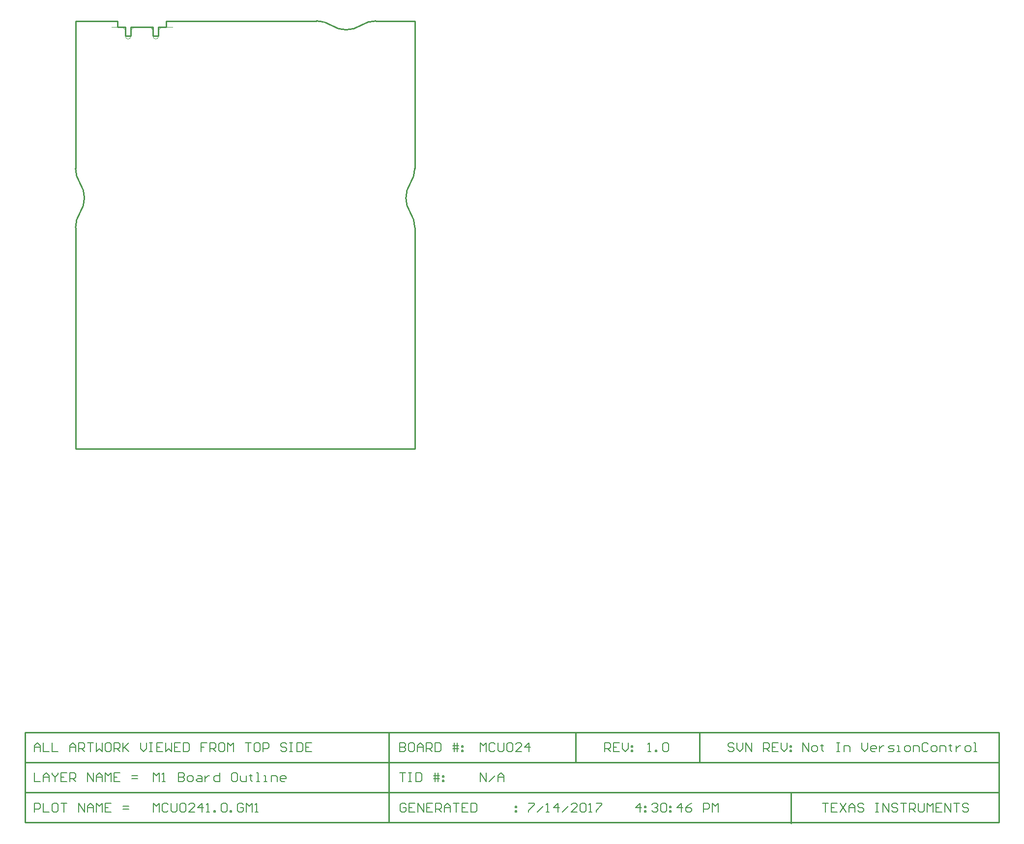
<source format=gm1>
G04 Layer_Color=11296232*
%FSAX25Y25*%
%MOIN*%
G70*
G01*
G75*
%ADD48C,0.01000*%
%ADD49C,0.00800*%
%ADD75C,0.00394*%
G54D48*
X0247700Y0580400D02*
G03*
X0237700Y0583400I-0010000J-0015167D01*
G01*
X0277700D02*
G03*
X0267700Y0580400I0000000J-0018167D01*
G01*
X0247700Y0580400D02*
G03*
X0267700Y0580400I0010000J0015167D01*
G01*
X0077200Y0453400D02*
G03*
X0077200Y0473400I-0015167J0010000D01*
G01*
X0074200Y0483400D02*
G03*
X0077200Y0473400I0018167J0000000D01*
G01*
X0077200Y0453400D02*
G03*
X0074200Y0443400I0015167J-0010000D01*
G01*
X0301200Y0473400D02*
G03*
X0301200Y0453400I0015167J-0010000D01*
G01*
X0304200Y0443400D02*
G03*
X0301200Y0453400I-0018167J0000000D01*
G01*
X0301200Y0473400D02*
G03*
X0304200Y0483400I-0015167J0010000D01*
G01*
Y0293400D02*
Y0443400D01*
X0135700Y0583400D02*
X0237700D01*
X0074200Y0293400D02*
Y0443400D01*
Y0293400D02*
X0304200D01*
X0277700Y0583400D02*
X0304200D01*
X0074200Y0483400D02*
Y0583400D01*
X0304200Y0483400D02*
Y0583400D01*
X0102700Y0579400D02*
Y0583400D01*
X0108000Y0573400D02*
Y0579400D01*
X0102700D02*
X0108000D01*
Y0573400D02*
X0111700D01*
Y0579400D01*
X0126700D01*
Y0573400D02*
Y0579400D01*
Y0573400D02*
X0130400D01*
Y0579400D01*
X0135700D01*
Y0583400D01*
X0074200D02*
X0102700D01*
X0559400Y0039400D02*
Y0059683D01*
X0440500Y0040050D02*
X0700200D01*
Y0101050D01*
X0286500Y0040050D02*
Y0101050D01*
X0040000Y0040050D02*
Y0101050D01*
X0040050Y0040050D02*
X0197600D01*
X0040050D02*
Y0101050D01*
Y0101050D02*
X0700200D01*
X0040000Y0040050D02*
X0440500D01*
X0040000Y0060383D02*
X0700000D01*
X0040000Y0080717D02*
X0700200D01*
X0413200D02*
Y0101050D01*
X0497200Y0080717D02*
Y0101050D01*
G54D49*
X0126900Y0067551D02*
Y0073549D01*
X0128899Y0071549D01*
X0130899Y0073549D01*
Y0067551D01*
X0132898D02*
X0134897D01*
X0133898D01*
Y0073549D01*
X0132898Y0072549D01*
X0143895Y0073549D02*
Y0067551D01*
X0146894D01*
X0147893Y0068550D01*
Y0069550D01*
X0146894Y0070550D01*
X0143895D01*
X0146894D01*
X0147893Y0071549D01*
Y0072549D01*
X0146894Y0073549D01*
X0143895D01*
X0150892Y0067551D02*
X0152892D01*
X0153891Y0068550D01*
Y0070550D01*
X0152892Y0071549D01*
X0150892D01*
X0149893Y0070550D01*
Y0068550D01*
X0150892Y0067551D01*
X0156890Y0071549D02*
X0158890D01*
X0159889Y0070550D01*
Y0067551D01*
X0156890D01*
X0155891Y0068550D01*
X0156890Y0069550D01*
X0159889D01*
X0161889Y0071549D02*
Y0067551D01*
Y0069550D01*
X0162888Y0070550D01*
X0163888Y0071549D01*
X0164888D01*
X0171885Y0073549D02*
Y0067551D01*
X0168886D01*
X0167887Y0068550D01*
Y0070550D01*
X0168886Y0071549D01*
X0171885D01*
X0182882Y0073549D02*
X0180883D01*
X0179883Y0072549D01*
Y0068550D01*
X0180883Y0067551D01*
X0182882D01*
X0183882Y0068550D01*
Y0072549D01*
X0182882Y0073549D01*
X0185881Y0071549D02*
Y0068550D01*
X0186881Y0067551D01*
X0189880D01*
Y0071549D01*
X0192879Y0072549D02*
Y0071549D01*
X0191879D01*
X0193878D01*
X0192879D01*
Y0068550D01*
X0193878Y0067551D01*
X0196877D02*
X0198877D01*
X0197877D01*
Y0073549D01*
X0196877D01*
X0201876Y0067551D02*
X0203875D01*
X0202875D01*
Y0071549D01*
X0201876D01*
X0206874Y0067551D02*
Y0071549D01*
X0209873D01*
X0210873Y0070550D01*
Y0067551D01*
X0215871D02*
X0213872D01*
X0212872Y0068550D01*
Y0070550D01*
X0213872Y0071549D01*
X0215871D01*
X0216871Y0070550D01*
Y0069550D01*
X0212872D01*
X0348550Y0067500D02*
Y0073498D01*
X0352549Y0067500D01*
Y0073498D01*
X0354548Y0067500D02*
X0358547Y0071499D01*
X0360546Y0067500D02*
Y0071499D01*
X0362545Y0073498D01*
X0364545Y0071499D01*
Y0067500D01*
Y0070499D01*
X0360546D01*
X0294000Y0073498D02*
X0297999D01*
X0295999D01*
Y0067500D01*
X0299998Y0073498D02*
X0301997D01*
X0300998D01*
Y0067500D01*
X0299998D01*
X0301997D01*
X0304996Y0073498D02*
Y0067500D01*
X0307996D01*
X0308995Y0068500D01*
Y0072498D01*
X0307996Y0073498D01*
X0304996D01*
X0317992Y0067500D02*
Y0073498D01*
X0319992D02*
Y0067500D01*
X0316993Y0071499D02*
X0319992D01*
X0320991D01*
X0316993Y0069499D02*
X0320991D01*
X0322991Y0071499D02*
X0323990D01*
Y0070499D01*
X0322991D01*
Y0071499D01*
Y0068500D02*
X0323990D01*
Y0067500D01*
X0322991D01*
Y0068500D01*
X0580500Y0052965D02*
X0584499D01*
X0582499D01*
Y0046966D01*
X0590497Y0052965D02*
X0586498D01*
Y0046966D01*
X0590497D01*
X0586498Y0049966D02*
X0588497D01*
X0592496Y0052965D02*
X0596495Y0046966D01*
Y0052965D02*
X0592496Y0046966D01*
X0598494D02*
Y0050965D01*
X0600493Y0052965D01*
X0602493Y0050965D01*
Y0046966D01*
Y0049966D01*
X0598494D01*
X0608491Y0051965D02*
X0607491Y0052965D01*
X0605492D01*
X0604492Y0051965D01*
Y0050965D01*
X0605492Y0049966D01*
X0607491D01*
X0608491Y0048966D01*
Y0047966D01*
X0607491Y0046966D01*
X0605492D01*
X0604492Y0047966D01*
X0616488Y0052965D02*
X0618488D01*
X0617488D01*
Y0046966D01*
X0616488D01*
X0618488D01*
X0621487D02*
Y0052965D01*
X0625486Y0046966D01*
Y0052965D01*
X0631484Y0051965D02*
X0630484Y0052965D01*
X0628484D01*
X0627485Y0051965D01*
Y0050965D01*
X0628484Y0049966D01*
X0630484D01*
X0631484Y0048966D01*
Y0047966D01*
X0630484Y0046966D01*
X0628484D01*
X0627485Y0047966D01*
X0633483Y0052965D02*
X0637482D01*
X0635482D01*
Y0046966D01*
X0639481D02*
Y0052965D01*
X0642480D01*
X0643480Y0051965D01*
Y0049966D01*
X0642480Y0048966D01*
X0639481D01*
X0641480D02*
X0643480Y0046966D01*
X0645479Y0052965D02*
Y0047966D01*
X0646479Y0046966D01*
X0648478D01*
X0649478Y0047966D01*
Y0052965D01*
X0651477Y0046966D02*
Y0052965D01*
X0653476Y0050965D01*
X0655476Y0052965D01*
Y0046966D01*
X0661474Y0052965D02*
X0657475D01*
Y0046966D01*
X0661474D01*
X0657475Y0049966D02*
X0659474D01*
X0663473Y0046966D02*
Y0052965D01*
X0667472Y0046966D01*
Y0052965D01*
X0669471D02*
X0673470D01*
X0671471D01*
Y0046966D01*
X0679468Y0051965D02*
X0678468Y0052965D01*
X0676469D01*
X0675469Y0051965D01*
Y0050965D01*
X0676469Y0049966D01*
X0678468D01*
X0679468Y0048966D01*
Y0047966D01*
X0678468Y0046966D01*
X0676469D01*
X0675469Y0047966D01*
X0457049Y0046966D02*
Y0052965D01*
X0454050Y0049966D01*
X0458049D01*
X0460048Y0050965D02*
X0461048D01*
Y0049966D01*
X0460048D01*
Y0050965D01*
Y0047966D02*
X0461048D01*
Y0046966D01*
X0460048D01*
Y0047966D01*
X0465046Y0051965D02*
X0466046Y0052965D01*
X0468046D01*
X0469045Y0051965D01*
Y0050965D01*
X0468046Y0049966D01*
X0467046D01*
X0468046D01*
X0469045Y0048966D01*
Y0047966D01*
X0468046Y0046966D01*
X0466046D01*
X0465046Y0047966D01*
X0471044Y0051965D02*
X0472044Y0052965D01*
X0474044D01*
X0475043Y0051965D01*
Y0047966D01*
X0474044Y0046966D01*
X0472044D01*
X0471044Y0047966D01*
Y0051965D01*
X0477043Y0050965D02*
X0478042D01*
Y0049966D01*
X0477043D01*
Y0050965D01*
Y0047966D02*
X0478042D01*
Y0046966D01*
X0477043D01*
Y0047966D01*
X0485040Y0046966D02*
Y0052965D01*
X0482041Y0049966D01*
X0486040D01*
X0492038Y0052965D02*
X0490038Y0051965D01*
X0488039Y0049966D01*
Y0047966D01*
X0489039Y0046966D01*
X0491038D01*
X0492038Y0047966D01*
Y0048966D01*
X0491038Y0049966D01*
X0488039D01*
X0500035Y0046966D02*
Y0052965D01*
X0503034D01*
X0504034Y0051965D01*
Y0049966D01*
X0503034Y0048966D01*
X0500035D01*
X0506033Y0046966D02*
Y0052965D01*
X0508033Y0050965D01*
X0510032Y0052965D01*
Y0046966D01*
X0046350D02*
Y0052965D01*
X0049349D01*
X0050349Y0051965D01*
Y0049966D01*
X0049349Y0048966D01*
X0046350D01*
X0052348Y0052965D02*
Y0046966D01*
X0056347D01*
X0061345Y0052965D02*
X0059346D01*
X0058346Y0051965D01*
Y0047966D01*
X0059346Y0046966D01*
X0061345D01*
X0062345Y0047966D01*
Y0051965D01*
X0061345Y0052965D01*
X0064344D02*
X0068343D01*
X0066343D01*
Y0046966D01*
X0076340D02*
Y0052965D01*
X0080339Y0046966D01*
Y0052965D01*
X0082338Y0046966D02*
Y0050965D01*
X0084338Y0052965D01*
X0086337Y0050965D01*
Y0046966D01*
Y0049966D01*
X0082338D01*
X0088336Y0046966D02*
Y0052965D01*
X0090336Y0050965D01*
X0092335Y0052965D01*
Y0046966D01*
X0098333Y0052965D02*
X0094335D01*
Y0046966D01*
X0098333D01*
X0094335Y0049966D02*
X0096334D01*
X0106331Y0048966D02*
X0110329D01*
X0106331Y0050965D02*
X0110329D01*
X0046350Y0073549D02*
Y0067551D01*
X0050349D01*
X0052348D02*
Y0071549D01*
X0054347Y0073549D01*
X0056347Y0071549D01*
Y0067551D01*
Y0070550D01*
X0052348D01*
X0058346Y0073549D02*
Y0072549D01*
X0060346Y0070550D01*
X0062345Y0072549D01*
Y0073549D01*
X0060346Y0070550D02*
Y0067551D01*
X0068343Y0073549D02*
X0064344D01*
Y0067551D01*
X0068343D01*
X0064344Y0070550D02*
X0066343D01*
X0070342Y0067551D02*
Y0073549D01*
X0073341D01*
X0074341Y0072549D01*
Y0070550D01*
X0073341Y0069550D01*
X0070342D01*
X0072342D02*
X0074341Y0067551D01*
X0082338D02*
Y0073549D01*
X0086337Y0067551D01*
Y0073549D01*
X0088336Y0067551D02*
Y0071549D01*
X0090336Y0073549D01*
X0092335Y0071549D01*
Y0067551D01*
Y0070550D01*
X0088336D01*
X0094335Y0067551D02*
Y0073549D01*
X0096334Y0071549D01*
X0098333Y0073549D01*
Y0067551D01*
X0104331Y0073549D02*
X0100332D01*
Y0067551D01*
X0104331D01*
X0100332Y0070550D02*
X0102332D01*
X0112329Y0069550D02*
X0116327D01*
X0112329Y0071549D02*
X0116327D01*
X0294000Y0093831D02*
Y0087833D01*
X0296999D01*
X0297999Y0088833D01*
Y0089833D01*
X0296999Y0090832D01*
X0294000D01*
X0296999D01*
X0297999Y0091832D01*
Y0092832D01*
X0296999Y0093831D01*
X0294000D01*
X0302997D02*
X0300998D01*
X0299998Y0092832D01*
Y0088833D01*
X0300998Y0087833D01*
X0302997D01*
X0303997Y0088833D01*
Y0092832D01*
X0302997Y0093831D01*
X0305996Y0087833D02*
Y0091832D01*
X0307996Y0093831D01*
X0309995Y0091832D01*
Y0087833D01*
Y0090832D01*
X0305996D01*
X0311994Y0087833D02*
Y0093831D01*
X0314993D01*
X0315993Y0092832D01*
Y0090832D01*
X0314993Y0089833D01*
X0311994D01*
X0313994D02*
X0315993Y0087833D01*
X0317992Y0093831D02*
Y0087833D01*
X0320991D01*
X0321991Y0088833D01*
Y0092832D01*
X0320991Y0093831D01*
X0317992D01*
X0330988Y0087833D02*
Y0093831D01*
X0332987D02*
Y0087833D01*
X0329988Y0091832D02*
X0332987D01*
X0333987D01*
X0329988Y0089833D02*
X0333987D01*
X0335986Y0091832D02*
X0336986D01*
Y0090832D01*
X0335986D01*
Y0091832D01*
Y0088833D02*
X0336986D01*
Y0087833D01*
X0335986D01*
Y0088833D01*
X0348550Y0087833D02*
Y0093831D01*
X0350549Y0091832D01*
X0352549Y0093831D01*
Y0087833D01*
X0358547Y0092832D02*
X0357547Y0093831D01*
X0355548D01*
X0354548Y0092832D01*
Y0088833D01*
X0355548Y0087833D01*
X0357547D01*
X0358547Y0088833D01*
X0360546Y0093831D02*
Y0088833D01*
X0361546Y0087833D01*
X0363545D01*
X0364545Y0088833D01*
Y0093831D01*
X0366544Y0092832D02*
X0367544Y0093831D01*
X0369543D01*
X0370543Y0092832D01*
Y0088833D01*
X0369543Y0087833D01*
X0367544D01*
X0366544Y0088833D01*
Y0092832D01*
X0376541Y0087833D02*
X0372542D01*
X0376541Y0091832D01*
Y0092832D01*
X0375541Y0093831D01*
X0373542D01*
X0372542Y0092832D01*
X0381539Y0087833D02*
Y0093831D01*
X0378540Y0090832D01*
X0382539D01*
X0462150Y0087833D02*
X0464149D01*
X0463150D01*
Y0093831D01*
X0462150Y0092832D01*
X0467148Y0087833D02*
Y0088833D01*
X0468148D01*
Y0087833D01*
X0467148D01*
X0472147Y0092832D02*
X0473146Y0093831D01*
X0475146D01*
X0476146Y0092832D01*
Y0088833D01*
X0475146Y0087833D01*
X0473146D01*
X0472147Y0088833D01*
Y0092832D01*
X0046350Y0087833D02*
Y0091832D01*
X0048349Y0093831D01*
X0050349Y0091832D01*
Y0087833D01*
Y0090832D01*
X0046350D01*
X0052348Y0093831D02*
Y0087833D01*
X0056347D01*
X0058346Y0093831D02*
Y0087833D01*
X0062345D01*
X0070342D02*
Y0091832D01*
X0072342Y0093831D01*
X0074341Y0091832D01*
Y0087833D01*
Y0090832D01*
X0070342D01*
X0076340Y0087833D02*
Y0093831D01*
X0079339D01*
X0080339Y0092832D01*
Y0090832D01*
X0079339Y0089833D01*
X0076340D01*
X0078340D02*
X0080339Y0087833D01*
X0082338Y0093831D02*
X0086337D01*
X0084338D01*
Y0087833D01*
X0088336Y0093831D02*
Y0087833D01*
X0090336Y0089833D01*
X0092335Y0087833D01*
Y0093831D01*
X0097334D02*
X0095334D01*
X0094335Y0092832D01*
Y0088833D01*
X0095334Y0087833D01*
X0097334D01*
X0098333Y0088833D01*
Y0092832D01*
X0097334Y0093831D01*
X0100332Y0087833D02*
Y0093831D01*
X0103332D01*
X0104331Y0092832D01*
Y0090832D01*
X0103332Y0089833D01*
X0100332D01*
X0102332D02*
X0104331Y0087833D01*
X0106331Y0093831D02*
Y0087833D01*
Y0089833D01*
X0110329Y0093831D01*
X0107330Y0090832D01*
X0110329Y0087833D01*
X0118327Y0093831D02*
Y0089833D01*
X0120326Y0087833D01*
X0122325Y0089833D01*
Y0093831D01*
X0124325D02*
X0126324D01*
X0125324D01*
Y0087833D01*
X0124325D01*
X0126324D01*
X0133322Y0093831D02*
X0129323D01*
Y0087833D01*
X0133322D01*
X0129323Y0090832D02*
X0131323D01*
X0135321Y0093831D02*
Y0087833D01*
X0137321Y0089833D01*
X0139320Y0087833D01*
Y0093831D01*
X0145318D02*
X0141319D01*
Y0087833D01*
X0145318D01*
X0141319Y0090832D02*
X0143319D01*
X0147317Y0093831D02*
Y0087833D01*
X0150316D01*
X0151316Y0088833D01*
Y0092832D01*
X0150316Y0093831D01*
X0147317D01*
X0163312D02*
X0159313D01*
Y0090832D01*
X0161313D01*
X0159313D01*
Y0087833D01*
X0165312D02*
Y0093831D01*
X0168310D01*
X0169310Y0092832D01*
Y0090832D01*
X0168310Y0089833D01*
X0165312D01*
X0167311D02*
X0169310Y0087833D01*
X0174309Y0093831D02*
X0172309D01*
X0171310Y0092832D01*
Y0088833D01*
X0172309Y0087833D01*
X0174309D01*
X0175308Y0088833D01*
Y0092832D01*
X0174309Y0093831D01*
X0177308Y0087833D02*
Y0093831D01*
X0179307Y0091832D01*
X0181306Y0093831D01*
Y0087833D01*
X0189304Y0093831D02*
X0193303D01*
X0191303D01*
Y0087833D01*
X0198301Y0093831D02*
X0196301D01*
X0195302Y0092832D01*
Y0088833D01*
X0196301Y0087833D01*
X0198301D01*
X0199301Y0088833D01*
Y0092832D01*
X0198301Y0093831D01*
X0201300Y0087833D02*
Y0093831D01*
X0204299D01*
X0205299Y0092832D01*
Y0090832D01*
X0204299Y0089833D01*
X0201300D01*
X0217295Y0092832D02*
X0216295Y0093831D01*
X0214296D01*
X0213296Y0092832D01*
Y0091832D01*
X0214296Y0090832D01*
X0216295D01*
X0217295Y0089833D01*
Y0088833D01*
X0216295Y0087833D01*
X0214296D01*
X0213296Y0088833D01*
X0219294Y0093831D02*
X0221293D01*
X0220294D01*
Y0087833D01*
X0219294D01*
X0221293D01*
X0224292Y0093831D02*
Y0087833D01*
X0227291D01*
X0228291Y0088833D01*
Y0092832D01*
X0227291Y0093831D01*
X0224292D01*
X0234289D02*
X0230291D01*
Y0087833D01*
X0234289D01*
X0230291Y0090832D02*
X0232290D01*
X0298199Y0051965D02*
X0297199Y0052965D01*
X0295200D01*
X0294200Y0051965D01*
Y0047966D01*
X0295200Y0046966D01*
X0297199D01*
X0298199Y0047966D01*
Y0049966D01*
X0296199D01*
X0304197Y0052965D02*
X0300198D01*
Y0046966D01*
X0304197D01*
X0300198Y0049966D02*
X0302197D01*
X0306196Y0046966D02*
Y0052965D01*
X0310195Y0046966D01*
Y0052965D01*
X0316193D02*
X0312194D01*
Y0046966D01*
X0316193D01*
X0312194Y0049966D02*
X0314194D01*
X0318192Y0046966D02*
Y0052965D01*
X0321191D01*
X0322191Y0051965D01*
Y0049966D01*
X0321191Y0048966D01*
X0318192D01*
X0320192D02*
X0322191Y0046966D01*
X0324190D02*
Y0050965D01*
X0326190Y0052965D01*
X0328189Y0050965D01*
Y0046966D01*
Y0049966D01*
X0324190D01*
X0330188Y0052965D02*
X0334187D01*
X0332188D01*
Y0046966D01*
X0340185Y0052965D02*
X0336186D01*
Y0046966D01*
X0340185D01*
X0336186Y0049966D02*
X0338186D01*
X0342184Y0052965D02*
Y0046966D01*
X0345183D01*
X0346183Y0047966D01*
Y0051965D01*
X0345183Y0052965D01*
X0342184D01*
X0372175Y0050965D02*
X0373175D01*
Y0049966D01*
X0372175D01*
Y0050965D01*
Y0047966D02*
X0373175D01*
Y0046966D01*
X0372175D01*
Y0047966D01*
X0381150Y0052965D02*
X0385149D01*
Y0051965D01*
X0381150Y0047966D01*
Y0046966D01*
X0387148D02*
X0391147Y0050965D01*
X0393146Y0046966D02*
X0395146D01*
X0394146D01*
Y0052965D01*
X0393146Y0051965D01*
X0401144Y0046966D02*
Y0052965D01*
X0398145Y0049966D01*
X0402143D01*
X0404143Y0046966D02*
X0408141Y0050965D01*
X0414139Y0046966D02*
X0410141D01*
X0414139Y0050965D01*
Y0051965D01*
X0413140Y0052965D01*
X0411140D01*
X0410141Y0051965D01*
X0416139D02*
X0417138Y0052965D01*
X0419138D01*
X0420137Y0051965D01*
Y0047966D01*
X0419138Y0046966D01*
X0417138D01*
X0416139Y0047966D01*
Y0051965D01*
X0422137Y0046966D02*
X0424136D01*
X0423136D01*
Y0052965D01*
X0422137Y0051965D01*
X0427135Y0052965D02*
X0431134D01*
Y0051965D01*
X0427135Y0047966D01*
Y0046966D01*
X0126900D02*
Y0052965D01*
X0128899Y0050965D01*
X0130899Y0052965D01*
Y0046966D01*
X0136897Y0051965D02*
X0135897Y0052965D01*
X0133898D01*
X0132898Y0051965D01*
Y0047966D01*
X0133898Y0046966D01*
X0135897D01*
X0136897Y0047966D01*
X0138896Y0052965D02*
Y0047966D01*
X0139896Y0046966D01*
X0141895D01*
X0142895Y0047966D01*
Y0052965D01*
X0144894Y0051965D02*
X0145894Y0052965D01*
X0147893D01*
X0148893Y0051965D01*
Y0047966D01*
X0147893Y0046966D01*
X0145894D01*
X0144894Y0047966D01*
Y0051965D01*
X0154891Y0046966D02*
X0150892D01*
X0154891Y0050965D01*
Y0051965D01*
X0153891Y0052965D01*
X0151892D01*
X0150892Y0051965D01*
X0159889Y0046966D02*
Y0052965D01*
X0156890Y0049966D01*
X0160889D01*
X0162888Y0046966D02*
X0164888D01*
X0163888D01*
Y0052965D01*
X0162888Y0051965D01*
X0167887Y0046966D02*
Y0047966D01*
X0168886D01*
Y0046966D01*
X0167887D01*
X0172885Y0051965D02*
X0173885Y0052965D01*
X0175884D01*
X0176884Y0051965D01*
Y0047966D01*
X0175884Y0046966D01*
X0173885D01*
X0172885Y0047966D01*
Y0051965D01*
X0178883Y0046966D02*
Y0047966D01*
X0179883D01*
Y0046966D01*
X0178883D01*
X0187880Y0051965D02*
X0186881Y0052965D01*
X0184881D01*
X0183882Y0051965D01*
Y0047966D01*
X0184881Y0046966D01*
X0186881D01*
X0187880Y0047966D01*
Y0049966D01*
X0185881D01*
X0189880Y0046966D02*
Y0052965D01*
X0191879Y0050965D01*
X0193878Y0052965D01*
Y0046966D01*
X0195878D02*
X0197877D01*
X0196877D01*
Y0052965D01*
X0195878Y0051965D01*
X0433000Y0087833D02*
Y0093831D01*
X0435999D01*
X0436999Y0092832D01*
Y0090832D01*
X0435999Y0089833D01*
X0433000D01*
X0434999D02*
X0436999Y0087833D01*
X0442997Y0093831D02*
X0438998D01*
Y0087833D01*
X0442997D01*
X0438998Y0090832D02*
X0440997D01*
X0444996Y0093831D02*
Y0089833D01*
X0446995Y0087833D01*
X0448995Y0089833D01*
Y0093831D01*
X0450994Y0091832D02*
X0451994D01*
Y0090832D01*
X0450994D01*
Y0091832D01*
Y0088833D02*
X0451994D01*
Y0087833D01*
X0450994D01*
Y0088833D01*
X0520799Y0092832D02*
X0519799Y0093831D01*
X0517800D01*
X0516800Y0092832D01*
Y0091832D01*
X0517800Y0090832D01*
X0519799D01*
X0520799Y0089833D01*
Y0088833D01*
X0519799Y0087833D01*
X0517800D01*
X0516800Y0088833D01*
X0522798Y0093831D02*
Y0089833D01*
X0524797Y0087833D01*
X0526797Y0089833D01*
Y0093831D01*
X0528796Y0087833D02*
Y0093831D01*
X0532795Y0087833D01*
Y0093831D01*
X0540792Y0087833D02*
Y0093831D01*
X0543791D01*
X0544791Y0092832D01*
Y0090832D01*
X0543791Y0089833D01*
X0540792D01*
X0542792D02*
X0544791Y0087833D01*
X0550789Y0093831D02*
X0546790D01*
Y0087833D01*
X0550789D01*
X0546790Y0090832D02*
X0548790D01*
X0552788Y0093831D02*
Y0089833D01*
X0554788Y0087833D01*
X0556787Y0089833D01*
Y0093831D01*
X0558786Y0091832D02*
X0559786D01*
Y0090832D01*
X0558786D01*
Y0091832D01*
Y0088833D02*
X0559786D01*
Y0087833D01*
X0558786D01*
Y0088833D01*
X0567400Y0087833D02*
Y0093831D01*
X0571399Y0087833D01*
Y0093831D01*
X0574398Y0087833D02*
X0576397D01*
X0577397Y0088833D01*
Y0090832D01*
X0576397Y0091832D01*
X0574398D01*
X0573398Y0090832D01*
Y0088833D01*
X0574398Y0087833D01*
X0580396Y0092832D02*
Y0091832D01*
X0579396D01*
X0581395D01*
X0580396D01*
Y0088833D01*
X0581395Y0087833D01*
X0590393Y0093831D02*
X0592392D01*
X0591392D01*
Y0087833D01*
X0590393D01*
X0592392D01*
X0595391D02*
Y0091832D01*
X0598390D01*
X0599390Y0090832D01*
Y0087833D01*
X0607387Y0093831D02*
Y0089833D01*
X0609386Y0087833D01*
X0611386Y0089833D01*
Y0093831D01*
X0616384Y0087833D02*
X0614385D01*
X0613385Y0088833D01*
Y0090832D01*
X0614385Y0091832D01*
X0616384D01*
X0617384Y0090832D01*
Y0089833D01*
X0613385D01*
X0619383Y0091832D02*
Y0087833D01*
Y0089833D01*
X0620383Y0090832D01*
X0621383Y0091832D01*
X0622382D01*
X0625381Y0087833D02*
X0628380D01*
X0629380Y0088833D01*
X0628380Y0089833D01*
X0626381D01*
X0625381Y0090832D01*
X0626381Y0091832D01*
X0629380D01*
X0631379Y0087833D02*
X0633379D01*
X0632379D01*
Y0091832D01*
X0631379D01*
X0637377Y0087833D02*
X0639377D01*
X0640376Y0088833D01*
Y0090832D01*
X0639377Y0091832D01*
X0637377D01*
X0636378Y0090832D01*
Y0088833D01*
X0637377Y0087833D01*
X0642376D02*
Y0091832D01*
X0645375D01*
X0646374Y0090832D01*
Y0087833D01*
X0652373Y0092832D02*
X0651373Y0093831D01*
X0649373D01*
X0648374Y0092832D01*
Y0088833D01*
X0649373Y0087833D01*
X0651373D01*
X0652373Y0088833D01*
X0655372Y0087833D02*
X0657371D01*
X0658371Y0088833D01*
Y0090832D01*
X0657371Y0091832D01*
X0655372D01*
X0654372Y0090832D01*
Y0088833D01*
X0655372Y0087833D01*
X0660370D02*
Y0091832D01*
X0663369D01*
X0664369Y0090832D01*
Y0087833D01*
X0667368Y0092832D02*
Y0091832D01*
X0666368D01*
X0668367D01*
X0667368D01*
Y0088833D01*
X0668367Y0087833D01*
X0671366Y0091832D02*
Y0087833D01*
Y0089833D01*
X0672366Y0090832D01*
X0673366Y0091832D01*
X0674365D01*
X0678364Y0087833D02*
X0680364D01*
X0681363Y0088833D01*
Y0090832D01*
X0680364Y0091832D01*
X0678364D01*
X0677364Y0090832D01*
Y0088833D01*
X0678364Y0087833D01*
X0683362D02*
X0685362D01*
X0684362D01*
Y0093831D01*
X0683362D01*
G54D75*
X0108078Y0572904D02*
G03*
X0111621Y0572904I0001772J0000000D01*
G01*
X0126779D02*
G03*
X0130322Y0572904I0001772J0000000D01*
G01*
X0130322Y0577431D02*
X0132291Y0579400D01*
X0106109D02*
X0108078Y0577431D01*
X0111621D02*
X0113590Y0579400D01*
X0113688D01*
X0124810D02*
X0126779Y0577431D01*
X0124712Y0579400D02*
X0124810D01*
X0098531D02*
X0106109D01*
X0108078Y0572904D02*
Y0577431D01*
X0111621Y0572904D02*
Y0577431D01*
X0132291Y0579400D02*
X0139869D01*
X0130322Y0572904D02*
Y0577431D01*
X0126779Y0572904D02*
Y0577431D01*
X0113688Y0579400D02*
X0124712D01*
M02*

</source>
